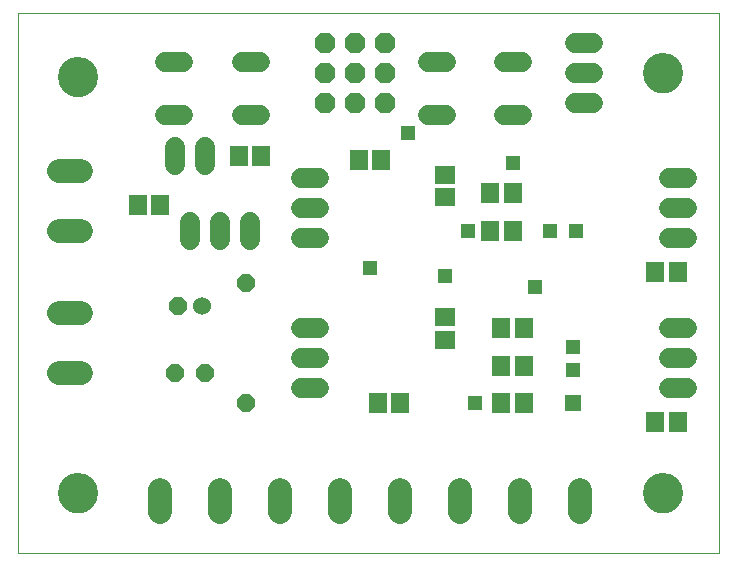
<source format=gbs>
G75*
%MOIN*%
%OFA0B0*%
%FSLAX25Y25*%
%IPPOS*%
%LPD*%
%AMOC8*
5,1,8,0,0,1.08239X$1,22.5*
%
%ADD10C,0.00000*%
%ADD11R,0.05918X0.06706*%
%ADD12R,0.06706X0.05918*%
%ADD13C,0.13398*%
%ADD14C,0.06800*%
%ADD15C,0.07850*%
%ADD16OC8,0.06800*%
%ADD17OC8,0.06000*%
%ADD18C,0.06000*%
%ADD19R,0.05800X0.05800*%
%ADD20R,0.04800X0.04800*%
%ADD21R,0.04762X0.04762*%
D10*
X0009300Y0001800D02*
X0009300Y0181761D01*
X0009300Y0181800D02*
X0243050Y0181800D01*
X0243001Y0181761D02*
X0243001Y0001800D01*
X0009300Y0001800D01*
X0023001Y0021800D02*
X0023003Y0021958D01*
X0023009Y0022116D01*
X0023019Y0022274D01*
X0023033Y0022432D01*
X0023051Y0022589D01*
X0023072Y0022746D01*
X0023098Y0022902D01*
X0023128Y0023058D01*
X0023161Y0023213D01*
X0023199Y0023366D01*
X0023240Y0023519D01*
X0023285Y0023671D01*
X0023334Y0023822D01*
X0023387Y0023971D01*
X0023443Y0024119D01*
X0023503Y0024265D01*
X0023567Y0024410D01*
X0023635Y0024553D01*
X0023706Y0024695D01*
X0023780Y0024835D01*
X0023858Y0024972D01*
X0023940Y0025108D01*
X0024024Y0025242D01*
X0024113Y0025373D01*
X0024204Y0025502D01*
X0024299Y0025629D01*
X0024396Y0025754D01*
X0024497Y0025876D01*
X0024601Y0025995D01*
X0024708Y0026112D01*
X0024818Y0026226D01*
X0024931Y0026337D01*
X0025046Y0026446D01*
X0025164Y0026551D01*
X0025285Y0026653D01*
X0025408Y0026753D01*
X0025534Y0026849D01*
X0025662Y0026942D01*
X0025792Y0027032D01*
X0025925Y0027118D01*
X0026060Y0027202D01*
X0026196Y0027281D01*
X0026335Y0027358D01*
X0026476Y0027430D01*
X0026618Y0027500D01*
X0026762Y0027565D01*
X0026908Y0027627D01*
X0027055Y0027685D01*
X0027204Y0027740D01*
X0027354Y0027791D01*
X0027505Y0027838D01*
X0027657Y0027881D01*
X0027810Y0027920D01*
X0027965Y0027956D01*
X0028120Y0027987D01*
X0028276Y0028015D01*
X0028432Y0028039D01*
X0028589Y0028059D01*
X0028747Y0028075D01*
X0028904Y0028087D01*
X0029063Y0028095D01*
X0029221Y0028099D01*
X0029379Y0028099D01*
X0029537Y0028095D01*
X0029696Y0028087D01*
X0029853Y0028075D01*
X0030011Y0028059D01*
X0030168Y0028039D01*
X0030324Y0028015D01*
X0030480Y0027987D01*
X0030635Y0027956D01*
X0030790Y0027920D01*
X0030943Y0027881D01*
X0031095Y0027838D01*
X0031246Y0027791D01*
X0031396Y0027740D01*
X0031545Y0027685D01*
X0031692Y0027627D01*
X0031838Y0027565D01*
X0031982Y0027500D01*
X0032124Y0027430D01*
X0032265Y0027358D01*
X0032404Y0027281D01*
X0032540Y0027202D01*
X0032675Y0027118D01*
X0032808Y0027032D01*
X0032938Y0026942D01*
X0033066Y0026849D01*
X0033192Y0026753D01*
X0033315Y0026653D01*
X0033436Y0026551D01*
X0033554Y0026446D01*
X0033669Y0026337D01*
X0033782Y0026226D01*
X0033892Y0026112D01*
X0033999Y0025995D01*
X0034103Y0025876D01*
X0034204Y0025754D01*
X0034301Y0025629D01*
X0034396Y0025502D01*
X0034487Y0025373D01*
X0034576Y0025242D01*
X0034660Y0025108D01*
X0034742Y0024972D01*
X0034820Y0024835D01*
X0034894Y0024695D01*
X0034965Y0024553D01*
X0035033Y0024410D01*
X0035097Y0024265D01*
X0035157Y0024119D01*
X0035213Y0023971D01*
X0035266Y0023822D01*
X0035315Y0023671D01*
X0035360Y0023519D01*
X0035401Y0023366D01*
X0035439Y0023213D01*
X0035472Y0023058D01*
X0035502Y0022902D01*
X0035528Y0022746D01*
X0035549Y0022589D01*
X0035567Y0022432D01*
X0035581Y0022274D01*
X0035591Y0022116D01*
X0035597Y0021958D01*
X0035599Y0021800D01*
X0035597Y0021642D01*
X0035591Y0021484D01*
X0035581Y0021326D01*
X0035567Y0021168D01*
X0035549Y0021011D01*
X0035528Y0020854D01*
X0035502Y0020698D01*
X0035472Y0020542D01*
X0035439Y0020387D01*
X0035401Y0020234D01*
X0035360Y0020081D01*
X0035315Y0019929D01*
X0035266Y0019778D01*
X0035213Y0019629D01*
X0035157Y0019481D01*
X0035097Y0019335D01*
X0035033Y0019190D01*
X0034965Y0019047D01*
X0034894Y0018905D01*
X0034820Y0018765D01*
X0034742Y0018628D01*
X0034660Y0018492D01*
X0034576Y0018358D01*
X0034487Y0018227D01*
X0034396Y0018098D01*
X0034301Y0017971D01*
X0034204Y0017846D01*
X0034103Y0017724D01*
X0033999Y0017605D01*
X0033892Y0017488D01*
X0033782Y0017374D01*
X0033669Y0017263D01*
X0033554Y0017154D01*
X0033436Y0017049D01*
X0033315Y0016947D01*
X0033192Y0016847D01*
X0033066Y0016751D01*
X0032938Y0016658D01*
X0032808Y0016568D01*
X0032675Y0016482D01*
X0032540Y0016398D01*
X0032404Y0016319D01*
X0032265Y0016242D01*
X0032124Y0016170D01*
X0031982Y0016100D01*
X0031838Y0016035D01*
X0031692Y0015973D01*
X0031545Y0015915D01*
X0031396Y0015860D01*
X0031246Y0015809D01*
X0031095Y0015762D01*
X0030943Y0015719D01*
X0030790Y0015680D01*
X0030635Y0015644D01*
X0030480Y0015613D01*
X0030324Y0015585D01*
X0030168Y0015561D01*
X0030011Y0015541D01*
X0029853Y0015525D01*
X0029696Y0015513D01*
X0029537Y0015505D01*
X0029379Y0015501D01*
X0029221Y0015501D01*
X0029063Y0015505D01*
X0028904Y0015513D01*
X0028747Y0015525D01*
X0028589Y0015541D01*
X0028432Y0015561D01*
X0028276Y0015585D01*
X0028120Y0015613D01*
X0027965Y0015644D01*
X0027810Y0015680D01*
X0027657Y0015719D01*
X0027505Y0015762D01*
X0027354Y0015809D01*
X0027204Y0015860D01*
X0027055Y0015915D01*
X0026908Y0015973D01*
X0026762Y0016035D01*
X0026618Y0016100D01*
X0026476Y0016170D01*
X0026335Y0016242D01*
X0026196Y0016319D01*
X0026060Y0016398D01*
X0025925Y0016482D01*
X0025792Y0016568D01*
X0025662Y0016658D01*
X0025534Y0016751D01*
X0025408Y0016847D01*
X0025285Y0016947D01*
X0025164Y0017049D01*
X0025046Y0017154D01*
X0024931Y0017263D01*
X0024818Y0017374D01*
X0024708Y0017488D01*
X0024601Y0017605D01*
X0024497Y0017724D01*
X0024396Y0017846D01*
X0024299Y0017971D01*
X0024204Y0018098D01*
X0024113Y0018227D01*
X0024024Y0018358D01*
X0023940Y0018492D01*
X0023858Y0018628D01*
X0023780Y0018765D01*
X0023706Y0018905D01*
X0023635Y0019047D01*
X0023567Y0019190D01*
X0023503Y0019335D01*
X0023443Y0019481D01*
X0023387Y0019629D01*
X0023334Y0019778D01*
X0023285Y0019929D01*
X0023240Y0020081D01*
X0023199Y0020234D01*
X0023161Y0020387D01*
X0023128Y0020542D01*
X0023098Y0020698D01*
X0023072Y0020854D01*
X0023051Y0021011D01*
X0023033Y0021168D01*
X0023019Y0021326D01*
X0023009Y0021484D01*
X0023003Y0021642D01*
X0023001Y0021800D01*
X0023001Y0160550D02*
X0023003Y0160708D01*
X0023009Y0160866D01*
X0023019Y0161024D01*
X0023033Y0161182D01*
X0023051Y0161339D01*
X0023072Y0161496D01*
X0023098Y0161652D01*
X0023128Y0161808D01*
X0023161Y0161963D01*
X0023199Y0162116D01*
X0023240Y0162269D01*
X0023285Y0162421D01*
X0023334Y0162572D01*
X0023387Y0162721D01*
X0023443Y0162869D01*
X0023503Y0163015D01*
X0023567Y0163160D01*
X0023635Y0163303D01*
X0023706Y0163445D01*
X0023780Y0163585D01*
X0023858Y0163722D01*
X0023940Y0163858D01*
X0024024Y0163992D01*
X0024113Y0164123D01*
X0024204Y0164252D01*
X0024299Y0164379D01*
X0024396Y0164504D01*
X0024497Y0164626D01*
X0024601Y0164745D01*
X0024708Y0164862D01*
X0024818Y0164976D01*
X0024931Y0165087D01*
X0025046Y0165196D01*
X0025164Y0165301D01*
X0025285Y0165403D01*
X0025408Y0165503D01*
X0025534Y0165599D01*
X0025662Y0165692D01*
X0025792Y0165782D01*
X0025925Y0165868D01*
X0026060Y0165952D01*
X0026196Y0166031D01*
X0026335Y0166108D01*
X0026476Y0166180D01*
X0026618Y0166250D01*
X0026762Y0166315D01*
X0026908Y0166377D01*
X0027055Y0166435D01*
X0027204Y0166490D01*
X0027354Y0166541D01*
X0027505Y0166588D01*
X0027657Y0166631D01*
X0027810Y0166670D01*
X0027965Y0166706D01*
X0028120Y0166737D01*
X0028276Y0166765D01*
X0028432Y0166789D01*
X0028589Y0166809D01*
X0028747Y0166825D01*
X0028904Y0166837D01*
X0029063Y0166845D01*
X0029221Y0166849D01*
X0029379Y0166849D01*
X0029537Y0166845D01*
X0029696Y0166837D01*
X0029853Y0166825D01*
X0030011Y0166809D01*
X0030168Y0166789D01*
X0030324Y0166765D01*
X0030480Y0166737D01*
X0030635Y0166706D01*
X0030790Y0166670D01*
X0030943Y0166631D01*
X0031095Y0166588D01*
X0031246Y0166541D01*
X0031396Y0166490D01*
X0031545Y0166435D01*
X0031692Y0166377D01*
X0031838Y0166315D01*
X0031982Y0166250D01*
X0032124Y0166180D01*
X0032265Y0166108D01*
X0032404Y0166031D01*
X0032540Y0165952D01*
X0032675Y0165868D01*
X0032808Y0165782D01*
X0032938Y0165692D01*
X0033066Y0165599D01*
X0033192Y0165503D01*
X0033315Y0165403D01*
X0033436Y0165301D01*
X0033554Y0165196D01*
X0033669Y0165087D01*
X0033782Y0164976D01*
X0033892Y0164862D01*
X0033999Y0164745D01*
X0034103Y0164626D01*
X0034204Y0164504D01*
X0034301Y0164379D01*
X0034396Y0164252D01*
X0034487Y0164123D01*
X0034576Y0163992D01*
X0034660Y0163858D01*
X0034742Y0163722D01*
X0034820Y0163585D01*
X0034894Y0163445D01*
X0034965Y0163303D01*
X0035033Y0163160D01*
X0035097Y0163015D01*
X0035157Y0162869D01*
X0035213Y0162721D01*
X0035266Y0162572D01*
X0035315Y0162421D01*
X0035360Y0162269D01*
X0035401Y0162116D01*
X0035439Y0161963D01*
X0035472Y0161808D01*
X0035502Y0161652D01*
X0035528Y0161496D01*
X0035549Y0161339D01*
X0035567Y0161182D01*
X0035581Y0161024D01*
X0035591Y0160866D01*
X0035597Y0160708D01*
X0035599Y0160550D01*
X0035597Y0160392D01*
X0035591Y0160234D01*
X0035581Y0160076D01*
X0035567Y0159918D01*
X0035549Y0159761D01*
X0035528Y0159604D01*
X0035502Y0159448D01*
X0035472Y0159292D01*
X0035439Y0159137D01*
X0035401Y0158984D01*
X0035360Y0158831D01*
X0035315Y0158679D01*
X0035266Y0158528D01*
X0035213Y0158379D01*
X0035157Y0158231D01*
X0035097Y0158085D01*
X0035033Y0157940D01*
X0034965Y0157797D01*
X0034894Y0157655D01*
X0034820Y0157515D01*
X0034742Y0157378D01*
X0034660Y0157242D01*
X0034576Y0157108D01*
X0034487Y0156977D01*
X0034396Y0156848D01*
X0034301Y0156721D01*
X0034204Y0156596D01*
X0034103Y0156474D01*
X0033999Y0156355D01*
X0033892Y0156238D01*
X0033782Y0156124D01*
X0033669Y0156013D01*
X0033554Y0155904D01*
X0033436Y0155799D01*
X0033315Y0155697D01*
X0033192Y0155597D01*
X0033066Y0155501D01*
X0032938Y0155408D01*
X0032808Y0155318D01*
X0032675Y0155232D01*
X0032540Y0155148D01*
X0032404Y0155069D01*
X0032265Y0154992D01*
X0032124Y0154920D01*
X0031982Y0154850D01*
X0031838Y0154785D01*
X0031692Y0154723D01*
X0031545Y0154665D01*
X0031396Y0154610D01*
X0031246Y0154559D01*
X0031095Y0154512D01*
X0030943Y0154469D01*
X0030790Y0154430D01*
X0030635Y0154394D01*
X0030480Y0154363D01*
X0030324Y0154335D01*
X0030168Y0154311D01*
X0030011Y0154291D01*
X0029853Y0154275D01*
X0029696Y0154263D01*
X0029537Y0154255D01*
X0029379Y0154251D01*
X0029221Y0154251D01*
X0029063Y0154255D01*
X0028904Y0154263D01*
X0028747Y0154275D01*
X0028589Y0154291D01*
X0028432Y0154311D01*
X0028276Y0154335D01*
X0028120Y0154363D01*
X0027965Y0154394D01*
X0027810Y0154430D01*
X0027657Y0154469D01*
X0027505Y0154512D01*
X0027354Y0154559D01*
X0027204Y0154610D01*
X0027055Y0154665D01*
X0026908Y0154723D01*
X0026762Y0154785D01*
X0026618Y0154850D01*
X0026476Y0154920D01*
X0026335Y0154992D01*
X0026196Y0155069D01*
X0026060Y0155148D01*
X0025925Y0155232D01*
X0025792Y0155318D01*
X0025662Y0155408D01*
X0025534Y0155501D01*
X0025408Y0155597D01*
X0025285Y0155697D01*
X0025164Y0155799D01*
X0025046Y0155904D01*
X0024931Y0156013D01*
X0024818Y0156124D01*
X0024708Y0156238D01*
X0024601Y0156355D01*
X0024497Y0156474D01*
X0024396Y0156596D01*
X0024299Y0156721D01*
X0024204Y0156848D01*
X0024113Y0156977D01*
X0024024Y0157108D01*
X0023940Y0157242D01*
X0023858Y0157378D01*
X0023780Y0157515D01*
X0023706Y0157655D01*
X0023635Y0157797D01*
X0023567Y0157940D01*
X0023503Y0158085D01*
X0023443Y0158231D01*
X0023387Y0158379D01*
X0023334Y0158528D01*
X0023285Y0158679D01*
X0023240Y0158831D01*
X0023199Y0158984D01*
X0023161Y0159137D01*
X0023128Y0159292D01*
X0023098Y0159448D01*
X0023072Y0159604D01*
X0023051Y0159761D01*
X0023033Y0159918D01*
X0023019Y0160076D01*
X0023009Y0160234D01*
X0023003Y0160392D01*
X0023001Y0160550D01*
X0218001Y0161800D02*
X0218003Y0161958D01*
X0218009Y0162116D01*
X0218019Y0162274D01*
X0218033Y0162432D01*
X0218051Y0162589D01*
X0218072Y0162746D01*
X0218098Y0162902D01*
X0218128Y0163058D01*
X0218161Y0163213D01*
X0218199Y0163366D01*
X0218240Y0163519D01*
X0218285Y0163671D01*
X0218334Y0163822D01*
X0218387Y0163971D01*
X0218443Y0164119D01*
X0218503Y0164265D01*
X0218567Y0164410D01*
X0218635Y0164553D01*
X0218706Y0164695D01*
X0218780Y0164835D01*
X0218858Y0164972D01*
X0218940Y0165108D01*
X0219024Y0165242D01*
X0219113Y0165373D01*
X0219204Y0165502D01*
X0219299Y0165629D01*
X0219396Y0165754D01*
X0219497Y0165876D01*
X0219601Y0165995D01*
X0219708Y0166112D01*
X0219818Y0166226D01*
X0219931Y0166337D01*
X0220046Y0166446D01*
X0220164Y0166551D01*
X0220285Y0166653D01*
X0220408Y0166753D01*
X0220534Y0166849D01*
X0220662Y0166942D01*
X0220792Y0167032D01*
X0220925Y0167118D01*
X0221060Y0167202D01*
X0221196Y0167281D01*
X0221335Y0167358D01*
X0221476Y0167430D01*
X0221618Y0167500D01*
X0221762Y0167565D01*
X0221908Y0167627D01*
X0222055Y0167685D01*
X0222204Y0167740D01*
X0222354Y0167791D01*
X0222505Y0167838D01*
X0222657Y0167881D01*
X0222810Y0167920D01*
X0222965Y0167956D01*
X0223120Y0167987D01*
X0223276Y0168015D01*
X0223432Y0168039D01*
X0223589Y0168059D01*
X0223747Y0168075D01*
X0223904Y0168087D01*
X0224063Y0168095D01*
X0224221Y0168099D01*
X0224379Y0168099D01*
X0224537Y0168095D01*
X0224696Y0168087D01*
X0224853Y0168075D01*
X0225011Y0168059D01*
X0225168Y0168039D01*
X0225324Y0168015D01*
X0225480Y0167987D01*
X0225635Y0167956D01*
X0225790Y0167920D01*
X0225943Y0167881D01*
X0226095Y0167838D01*
X0226246Y0167791D01*
X0226396Y0167740D01*
X0226545Y0167685D01*
X0226692Y0167627D01*
X0226838Y0167565D01*
X0226982Y0167500D01*
X0227124Y0167430D01*
X0227265Y0167358D01*
X0227404Y0167281D01*
X0227540Y0167202D01*
X0227675Y0167118D01*
X0227808Y0167032D01*
X0227938Y0166942D01*
X0228066Y0166849D01*
X0228192Y0166753D01*
X0228315Y0166653D01*
X0228436Y0166551D01*
X0228554Y0166446D01*
X0228669Y0166337D01*
X0228782Y0166226D01*
X0228892Y0166112D01*
X0228999Y0165995D01*
X0229103Y0165876D01*
X0229204Y0165754D01*
X0229301Y0165629D01*
X0229396Y0165502D01*
X0229487Y0165373D01*
X0229576Y0165242D01*
X0229660Y0165108D01*
X0229742Y0164972D01*
X0229820Y0164835D01*
X0229894Y0164695D01*
X0229965Y0164553D01*
X0230033Y0164410D01*
X0230097Y0164265D01*
X0230157Y0164119D01*
X0230213Y0163971D01*
X0230266Y0163822D01*
X0230315Y0163671D01*
X0230360Y0163519D01*
X0230401Y0163366D01*
X0230439Y0163213D01*
X0230472Y0163058D01*
X0230502Y0162902D01*
X0230528Y0162746D01*
X0230549Y0162589D01*
X0230567Y0162432D01*
X0230581Y0162274D01*
X0230591Y0162116D01*
X0230597Y0161958D01*
X0230599Y0161800D01*
X0230597Y0161642D01*
X0230591Y0161484D01*
X0230581Y0161326D01*
X0230567Y0161168D01*
X0230549Y0161011D01*
X0230528Y0160854D01*
X0230502Y0160698D01*
X0230472Y0160542D01*
X0230439Y0160387D01*
X0230401Y0160234D01*
X0230360Y0160081D01*
X0230315Y0159929D01*
X0230266Y0159778D01*
X0230213Y0159629D01*
X0230157Y0159481D01*
X0230097Y0159335D01*
X0230033Y0159190D01*
X0229965Y0159047D01*
X0229894Y0158905D01*
X0229820Y0158765D01*
X0229742Y0158628D01*
X0229660Y0158492D01*
X0229576Y0158358D01*
X0229487Y0158227D01*
X0229396Y0158098D01*
X0229301Y0157971D01*
X0229204Y0157846D01*
X0229103Y0157724D01*
X0228999Y0157605D01*
X0228892Y0157488D01*
X0228782Y0157374D01*
X0228669Y0157263D01*
X0228554Y0157154D01*
X0228436Y0157049D01*
X0228315Y0156947D01*
X0228192Y0156847D01*
X0228066Y0156751D01*
X0227938Y0156658D01*
X0227808Y0156568D01*
X0227675Y0156482D01*
X0227540Y0156398D01*
X0227404Y0156319D01*
X0227265Y0156242D01*
X0227124Y0156170D01*
X0226982Y0156100D01*
X0226838Y0156035D01*
X0226692Y0155973D01*
X0226545Y0155915D01*
X0226396Y0155860D01*
X0226246Y0155809D01*
X0226095Y0155762D01*
X0225943Y0155719D01*
X0225790Y0155680D01*
X0225635Y0155644D01*
X0225480Y0155613D01*
X0225324Y0155585D01*
X0225168Y0155561D01*
X0225011Y0155541D01*
X0224853Y0155525D01*
X0224696Y0155513D01*
X0224537Y0155505D01*
X0224379Y0155501D01*
X0224221Y0155501D01*
X0224063Y0155505D01*
X0223904Y0155513D01*
X0223747Y0155525D01*
X0223589Y0155541D01*
X0223432Y0155561D01*
X0223276Y0155585D01*
X0223120Y0155613D01*
X0222965Y0155644D01*
X0222810Y0155680D01*
X0222657Y0155719D01*
X0222505Y0155762D01*
X0222354Y0155809D01*
X0222204Y0155860D01*
X0222055Y0155915D01*
X0221908Y0155973D01*
X0221762Y0156035D01*
X0221618Y0156100D01*
X0221476Y0156170D01*
X0221335Y0156242D01*
X0221196Y0156319D01*
X0221060Y0156398D01*
X0220925Y0156482D01*
X0220792Y0156568D01*
X0220662Y0156658D01*
X0220534Y0156751D01*
X0220408Y0156847D01*
X0220285Y0156947D01*
X0220164Y0157049D01*
X0220046Y0157154D01*
X0219931Y0157263D01*
X0219818Y0157374D01*
X0219708Y0157488D01*
X0219601Y0157605D01*
X0219497Y0157724D01*
X0219396Y0157846D01*
X0219299Y0157971D01*
X0219204Y0158098D01*
X0219113Y0158227D01*
X0219024Y0158358D01*
X0218940Y0158492D01*
X0218858Y0158628D01*
X0218780Y0158765D01*
X0218706Y0158905D01*
X0218635Y0159047D01*
X0218567Y0159190D01*
X0218503Y0159335D01*
X0218443Y0159481D01*
X0218387Y0159629D01*
X0218334Y0159778D01*
X0218285Y0159929D01*
X0218240Y0160081D01*
X0218199Y0160234D01*
X0218161Y0160387D01*
X0218128Y0160542D01*
X0218098Y0160698D01*
X0218072Y0160854D01*
X0218051Y0161011D01*
X0218033Y0161168D01*
X0218019Y0161326D01*
X0218009Y0161484D01*
X0218003Y0161642D01*
X0218001Y0161800D01*
X0218001Y0021800D02*
X0218003Y0021958D01*
X0218009Y0022116D01*
X0218019Y0022274D01*
X0218033Y0022432D01*
X0218051Y0022589D01*
X0218072Y0022746D01*
X0218098Y0022902D01*
X0218128Y0023058D01*
X0218161Y0023213D01*
X0218199Y0023366D01*
X0218240Y0023519D01*
X0218285Y0023671D01*
X0218334Y0023822D01*
X0218387Y0023971D01*
X0218443Y0024119D01*
X0218503Y0024265D01*
X0218567Y0024410D01*
X0218635Y0024553D01*
X0218706Y0024695D01*
X0218780Y0024835D01*
X0218858Y0024972D01*
X0218940Y0025108D01*
X0219024Y0025242D01*
X0219113Y0025373D01*
X0219204Y0025502D01*
X0219299Y0025629D01*
X0219396Y0025754D01*
X0219497Y0025876D01*
X0219601Y0025995D01*
X0219708Y0026112D01*
X0219818Y0026226D01*
X0219931Y0026337D01*
X0220046Y0026446D01*
X0220164Y0026551D01*
X0220285Y0026653D01*
X0220408Y0026753D01*
X0220534Y0026849D01*
X0220662Y0026942D01*
X0220792Y0027032D01*
X0220925Y0027118D01*
X0221060Y0027202D01*
X0221196Y0027281D01*
X0221335Y0027358D01*
X0221476Y0027430D01*
X0221618Y0027500D01*
X0221762Y0027565D01*
X0221908Y0027627D01*
X0222055Y0027685D01*
X0222204Y0027740D01*
X0222354Y0027791D01*
X0222505Y0027838D01*
X0222657Y0027881D01*
X0222810Y0027920D01*
X0222965Y0027956D01*
X0223120Y0027987D01*
X0223276Y0028015D01*
X0223432Y0028039D01*
X0223589Y0028059D01*
X0223747Y0028075D01*
X0223904Y0028087D01*
X0224063Y0028095D01*
X0224221Y0028099D01*
X0224379Y0028099D01*
X0224537Y0028095D01*
X0224696Y0028087D01*
X0224853Y0028075D01*
X0225011Y0028059D01*
X0225168Y0028039D01*
X0225324Y0028015D01*
X0225480Y0027987D01*
X0225635Y0027956D01*
X0225790Y0027920D01*
X0225943Y0027881D01*
X0226095Y0027838D01*
X0226246Y0027791D01*
X0226396Y0027740D01*
X0226545Y0027685D01*
X0226692Y0027627D01*
X0226838Y0027565D01*
X0226982Y0027500D01*
X0227124Y0027430D01*
X0227265Y0027358D01*
X0227404Y0027281D01*
X0227540Y0027202D01*
X0227675Y0027118D01*
X0227808Y0027032D01*
X0227938Y0026942D01*
X0228066Y0026849D01*
X0228192Y0026753D01*
X0228315Y0026653D01*
X0228436Y0026551D01*
X0228554Y0026446D01*
X0228669Y0026337D01*
X0228782Y0026226D01*
X0228892Y0026112D01*
X0228999Y0025995D01*
X0229103Y0025876D01*
X0229204Y0025754D01*
X0229301Y0025629D01*
X0229396Y0025502D01*
X0229487Y0025373D01*
X0229576Y0025242D01*
X0229660Y0025108D01*
X0229742Y0024972D01*
X0229820Y0024835D01*
X0229894Y0024695D01*
X0229965Y0024553D01*
X0230033Y0024410D01*
X0230097Y0024265D01*
X0230157Y0024119D01*
X0230213Y0023971D01*
X0230266Y0023822D01*
X0230315Y0023671D01*
X0230360Y0023519D01*
X0230401Y0023366D01*
X0230439Y0023213D01*
X0230472Y0023058D01*
X0230502Y0022902D01*
X0230528Y0022746D01*
X0230549Y0022589D01*
X0230567Y0022432D01*
X0230581Y0022274D01*
X0230591Y0022116D01*
X0230597Y0021958D01*
X0230599Y0021800D01*
X0230597Y0021642D01*
X0230591Y0021484D01*
X0230581Y0021326D01*
X0230567Y0021168D01*
X0230549Y0021011D01*
X0230528Y0020854D01*
X0230502Y0020698D01*
X0230472Y0020542D01*
X0230439Y0020387D01*
X0230401Y0020234D01*
X0230360Y0020081D01*
X0230315Y0019929D01*
X0230266Y0019778D01*
X0230213Y0019629D01*
X0230157Y0019481D01*
X0230097Y0019335D01*
X0230033Y0019190D01*
X0229965Y0019047D01*
X0229894Y0018905D01*
X0229820Y0018765D01*
X0229742Y0018628D01*
X0229660Y0018492D01*
X0229576Y0018358D01*
X0229487Y0018227D01*
X0229396Y0018098D01*
X0229301Y0017971D01*
X0229204Y0017846D01*
X0229103Y0017724D01*
X0228999Y0017605D01*
X0228892Y0017488D01*
X0228782Y0017374D01*
X0228669Y0017263D01*
X0228554Y0017154D01*
X0228436Y0017049D01*
X0228315Y0016947D01*
X0228192Y0016847D01*
X0228066Y0016751D01*
X0227938Y0016658D01*
X0227808Y0016568D01*
X0227675Y0016482D01*
X0227540Y0016398D01*
X0227404Y0016319D01*
X0227265Y0016242D01*
X0227124Y0016170D01*
X0226982Y0016100D01*
X0226838Y0016035D01*
X0226692Y0015973D01*
X0226545Y0015915D01*
X0226396Y0015860D01*
X0226246Y0015809D01*
X0226095Y0015762D01*
X0225943Y0015719D01*
X0225790Y0015680D01*
X0225635Y0015644D01*
X0225480Y0015613D01*
X0225324Y0015585D01*
X0225168Y0015561D01*
X0225011Y0015541D01*
X0224853Y0015525D01*
X0224696Y0015513D01*
X0224537Y0015505D01*
X0224379Y0015501D01*
X0224221Y0015501D01*
X0224063Y0015505D01*
X0223904Y0015513D01*
X0223747Y0015525D01*
X0223589Y0015541D01*
X0223432Y0015561D01*
X0223276Y0015585D01*
X0223120Y0015613D01*
X0222965Y0015644D01*
X0222810Y0015680D01*
X0222657Y0015719D01*
X0222505Y0015762D01*
X0222354Y0015809D01*
X0222204Y0015860D01*
X0222055Y0015915D01*
X0221908Y0015973D01*
X0221762Y0016035D01*
X0221618Y0016100D01*
X0221476Y0016170D01*
X0221335Y0016242D01*
X0221196Y0016319D01*
X0221060Y0016398D01*
X0220925Y0016482D01*
X0220792Y0016568D01*
X0220662Y0016658D01*
X0220534Y0016751D01*
X0220408Y0016847D01*
X0220285Y0016947D01*
X0220164Y0017049D01*
X0220046Y0017154D01*
X0219931Y0017263D01*
X0219818Y0017374D01*
X0219708Y0017488D01*
X0219601Y0017605D01*
X0219497Y0017724D01*
X0219396Y0017846D01*
X0219299Y0017971D01*
X0219204Y0018098D01*
X0219113Y0018227D01*
X0219024Y0018358D01*
X0218940Y0018492D01*
X0218858Y0018628D01*
X0218780Y0018765D01*
X0218706Y0018905D01*
X0218635Y0019047D01*
X0218567Y0019190D01*
X0218503Y0019335D01*
X0218443Y0019481D01*
X0218387Y0019629D01*
X0218334Y0019778D01*
X0218285Y0019929D01*
X0218240Y0020081D01*
X0218199Y0020234D01*
X0218161Y0020387D01*
X0218128Y0020542D01*
X0218098Y0020698D01*
X0218072Y0020854D01*
X0218051Y0021011D01*
X0218033Y0021168D01*
X0218019Y0021326D01*
X0218009Y0021484D01*
X0218003Y0021642D01*
X0218001Y0021800D01*
D11*
X0221810Y0045550D03*
X0229290Y0045550D03*
X0178040Y0051800D03*
X0170560Y0051800D03*
X0170560Y0064300D03*
X0178040Y0064300D03*
X0178040Y0076800D03*
X0170560Y0076800D03*
X0136790Y0051800D03*
X0129310Y0051800D03*
X0166810Y0109300D03*
X0174290Y0109300D03*
X0174290Y0121800D03*
X0166810Y0121800D03*
X0130540Y0133050D03*
X0123060Y0133050D03*
X0090540Y0134300D03*
X0083060Y0134300D03*
X0056790Y0118050D03*
X0049310Y0118050D03*
X0221810Y0095550D03*
X0229290Y0095550D03*
D12*
X0151800Y0080540D03*
X0151800Y0073060D03*
X0151800Y0120560D03*
X0151800Y0128040D03*
D13*
X0224300Y0161800D03*
X0224300Y0021800D03*
X0029300Y0021800D03*
X0029300Y0160550D03*
D14*
X0058500Y0165700D02*
X0064500Y0165700D01*
X0084100Y0165700D02*
X0090100Y0165700D01*
X0090100Y0147900D02*
X0084100Y0147900D01*
X0071800Y0137300D02*
X0071800Y0131300D01*
X0061800Y0131300D02*
X0061800Y0137300D01*
X0064500Y0147900D02*
X0058500Y0147900D01*
X0066800Y0112300D02*
X0066800Y0106300D01*
X0076800Y0106300D02*
X0076800Y0112300D01*
X0086800Y0112300D02*
X0086800Y0106300D01*
X0103800Y0106800D02*
X0109800Y0106800D01*
X0109800Y0116800D02*
X0103800Y0116800D01*
X0103800Y0126800D02*
X0109800Y0126800D01*
X0146000Y0147900D02*
X0152000Y0147900D01*
X0171600Y0147900D02*
X0177600Y0147900D01*
X0195050Y0151800D02*
X0201050Y0151800D01*
X0201050Y0161800D02*
X0195050Y0161800D01*
X0195050Y0171800D02*
X0201050Y0171800D01*
X0177600Y0165700D02*
X0171600Y0165700D01*
X0152000Y0165700D02*
X0146000Y0165700D01*
X0226300Y0126800D02*
X0232300Y0126800D01*
X0232300Y0116800D02*
X0226300Y0116800D01*
X0226300Y0106800D02*
X0232300Y0106800D01*
X0232300Y0076800D02*
X0226300Y0076800D01*
X0226300Y0066800D02*
X0232300Y0066800D01*
X0232300Y0056800D02*
X0226300Y0056800D01*
X0109800Y0056800D02*
X0103800Y0056800D01*
X0103800Y0066800D02*
X0109800Y0066800D01*
X0109800Y0076800D02*
X0103800Y0076800D01*
D15*
X0096800Y0022825D02*
X0096800Y0015775D01*
X0076800Y0015775D02*
X0076800Y0022825D01*
X0056800Y0022825D02*
X0056800Y0015775D01*
X0030325Y0061800D02*
X0023275Y0061800D01*
X0023275Y0081800D02*
X0030325Y0081800D01*
X0030325Y0109300D02*
X0023275Y0109300D01*
X0023275Y0129300D02*
X0030325Y0129300D01*
X0116800Y0022825D02*
X0116800Y0015775D01*
X0136800Y0015775D02*
X0136800Y0022825D01*
X0156800Y0022825D02*
X0156800Y0015775D01*
X0176800Y0015775D02*
X0176800Y0022825D01*
X0196800Y0022825D02*
X0196800Y0015775D01*
D16*
X0131800Y0151800D03*
X0121800Y0151800D03*
X0111800Y0151800D03*
X0111800Y0161800D03*
X0111800Y0161800D03*
X0121800Y0161800D03*
X0121800Y0161800D03*
X0131800Y0161800D03*
X0131800Y0161800D03*
X0131800Y0171800D03*
X0121800Y0171800D03*
X0111800Y0171800D03*
D17*
X0085550Y0091800D03*
X0062800Y0084300D03*
X0061800Y0061800D03*
X0071800Y0061800D03*
X0085550Y0051800D03*
D18*
X0070800Y0084300D03*
D19*
X0194300Y0051800D03*
D20*
X0151800Y0094300D03*
D21*
X0159300Y0109300D03*
X0181800Y0090550D03*
X0186800Y0109300D03*
X0195550Y0109300D03*
X0174300Y0131800D03*
X0139300Y0141800D03*
X0126800Y0096800D03*
X0161800Y0051800D03*
X0194300Y0063050D03*
X0194300Y0070550D03*
M02*

</source>
